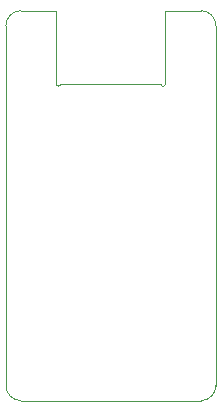
<source format=gm1>
%TF.GenerationSoftware,KiCad,Pcbnew,(6.0.5)*%
%TF.CreationDate,2022-11-22T23:52:45-08:00*%
%TF.ProjectId,0xB2,30784232-2e6b-4696-9361-645f70636258,2*%
%TF.SameCoordinates,Original*%
%TF.FileFunction,Profile,NP*%
%FSLAX46Y46*%
G04 Gerber Fmt 4.6, Leading zero omitted, Abs format (unit mm)*
G04 Created by KiCad (PCBNEW (6.0.5)) date 2022-11-22 23:52:45*
%MOMM*%
%LPD*%
G01*
G04 APERTURE LIST*
%TA.AperFunction,Profile*%
%ADD10C,0.100000*%
%TD*%
G04 APERTURE END LIST*
D10*
X143510000Y-107950000D02*
X143510000Y-77470000D01*
X157020000Y-82400000D02*
X157020000Y-76200000D01*
X160020000Y-109220000D02*
G75*
G03*
X161290000Y-107950000I0J1270000D01*
G01*
X147780000Y-76200000D02*
X147780000Y-82400000D01*
X143510000Y-107950000D02*
G75*
G03*
X144780000Y-109220000I1270000J0D01*
G01*
X156620000Y-82400000D02*
X148180000Y-82400000D01*
X147780000Y-82400000D02*
G75*
G03*
X148180000Y-82400000I200000J0D01*
G01*
X161290000Y-77470000D02*
X161290000Y-107950000D01*
X160020000Y-109220000D02*
X144780000Y-109220000D01*
X144780000Y-76200000D02*
X147780000Y-76200000D01*
X157020000Y-76200000D02*
X160020000Y-76200000D01*
X161290000Y-77470000D02*
G75*
G03*
X160020000Y-76200000I-1270000J0D01*
G01*
X144780000Y-76200000D02*
G75*
G03*
X143510000Y-77470000I0J-1270000D01*
G01*
X156620000Y-82400000D02*
G75*
G03*
X157020000Y-82400000I200000J0D01*
G01*
M02*

</source>
